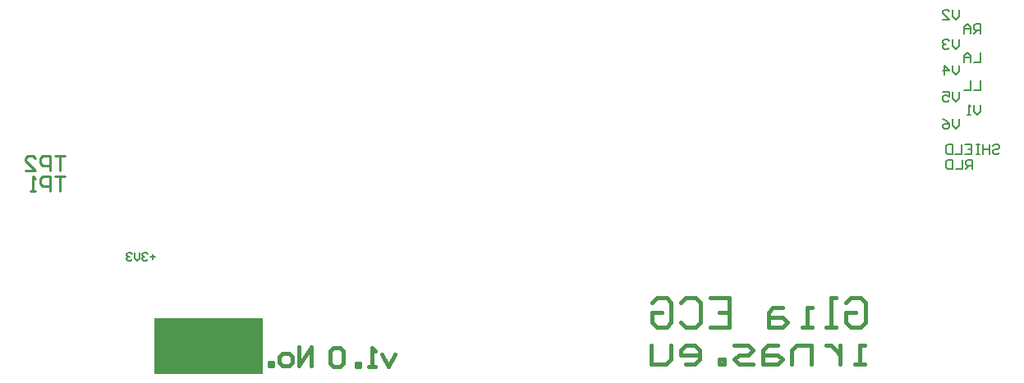
<source format=gbo>
G04*
G04 #@! TF.GenerationSoftware,Altium Limited,Altium Designer,18.1.9 (240)*
G04*
G04 Layer_Color=32896*
%FSAX25Y25*%
%MOIN*%
G70*
G01*
G75*
%ADD12C,0.00787*%
%ADD15C,0.00591*%
%ADD89C,0.01000*%
%ADD93C,0.01575*%
%ADD120R,0.44094X0.22835*%
D12*
X0558066Y0260861D02*
Y0258237D01*
X0556754Y0256925D01*
X0555442Y0258237D01*
Y0260861D01*
X0551507Y0256925D02*
X0554130D01*
X0551507Y0259549D01*
Y0260205D01*
X0552163Y0260861D01*
X0553474D01*
X0554130Y0260205D01*
X0566728Y0251218D02*
Y0255154D01*
X0564760D01*
X0564104Y0254498D01*
Y0253186D01*
X0564760Y0252530D01*
X0566728D01*
X0565416D02*
X0564104Y0251218D01*
X0562792D02*
Y0253842D01*
X0561480Y0255154D01*
X0560168Y0253842D01*
Y0251218D01*
Y0253186D01*
X0562792D01*
X0558066Y0248936D02*
Y0246312D01*
X0556754Y0245000D01*
X0555442Y0246312D01*
Y0248936D01*
X0554130Y0248280D02*
X0553474Y0248936D01*
X0552163D01*
X0551507Y0248280D01*
Y0247624D01*
X0552163Y0246968D01*
X0552818D01*
X0552163D01*
X0551507Y0246312D01*
Y0245656D01*
X0552163Y0245000D01*
X0553474D01*
X0554130Y0245656D01*
X0566728Y0243677D02*
Y0239741D01*
X0564104D01*
X0562792D02*
Y0242365D01*
X0561480Y0243677D01*
X0560168Y0242365D01*
Y0239741D01*
Y0241709D01*
X0562792D01*
X0558066Y0238397D02*
Y0235773D01*
X0556754Y0234461D01*
X0555442Y0235773D01*
Y0238397D01*
X0552163Y0234461D02*
Y0238397D01*
X0554130Y0236429D01*
X0551507D01*
X0566728Y0232365D02*
Y0228429D01*
X0564104D01*
X0562792Y0232365D02*
Y0228429D01*
X0560168D01*
X0558066Y0227542D02*
Y0224918D01*
X0556754Y0223606D01*
X0555442Y0224918D01*
Y0227542D01*
X0551507D02*
X0554130D01*
Y0225574D01*
X0552818Y0226230D01*
X0552163D01*
X0551507Y0225574D01*
Y0224262D01*
X0552163Y0223606D01*
X0553474D01*
X0554130Y0224262D01*
X0566728Y0222102D02*
Y0219478D01*
X0565416Y0218166D01*
X0564104Y0219478D01*
Y0222102D01*
X0562792Y0218166D02*
X0561480D01*
X0562136D01*
Y0222102D01*
X0562792Y0221446D01*
X0558066Y0216593D02*
Y0213969D01*
X0556754Y0212657D01*
X0555442Y0213969D01*
Y0216593D01*
X0551507D02*
X0552818Y0215937D01*
X0554130Y0214625D01*
Y0213314D01*
X0553474Y0212657D01*
X0552163D01*
X0551507Y0213314D01*
Y0213969D01*
X0552163Y0214625D01*
X0554130D01*
X0571584Y0205555D02*
X0572240Y0206211D01*
X0573552D01*
X0574208Y0205555D01*
Y0204899D01*
X0573552Y0204243D01*
X0572240D01*
X0571584Y0203587D01*
Y0202931D01*
X0572240Y0202275D01*
X0573552D01*
X0574208Y0202931D01*
X0570272Y0206211D02*
Y0202275D01*
Y0204243D01*
X0567648D01*
Y0206211D01*
Y0202275D01*
X0566336Y0206211D02*
X0565025D01*
X0565680D01*
Y0202275D01*
X0566336D01*
X0565025D01*
X0560433Y0206211D02*
X0563057D01*
Y0202275D01*
X0560433D01*
X0563057Y0204243D02*
X0561745D01*
X0559121Y0206211D02*
Y0202275D01*
X0556497D01*
X0555185Y0206211D02*
Y0202275D01*
X0553217D01*
X0552561Y0202931D01*
Y0205555D01*
X0553217Y0206211D01*
X0555185D01*
X0563184Y0196139D02*
Y0200075D01*
X0561216D01*
X0560560Y0199419D01*
Y0198107D01*
X0561216Y0197451D01*
X0563184D01*
X0561872D02*
X0560560Y0196139D01*
X0559248Y0200075D02*
Y0196139D01*
X0556625D01*
X0555313Y0200075D02*
Y0196139D01*
X0553345D01*
X0552689Y0196795D01*
Y0199419D01*
X0553345Y0200075D01*
X0555313D01*
D15*
X0231688Y0160615D02*
X0229589D01*
X0230639Y0161665D02*
Y0159566D01*
X0228540Y0161665D02*
X0228015Y0162190D01*
X0226965D01*
X0226441Y0161665D01*
Y0161140D01*
X0226965Y0160615D01*
X0227490D01*
X0226965D01*
X0226441Y0160091D01*
Y0159566D01*
X0226965Y0159041D01*
X0228015D01*
X0228540Y0159566D01*
X0225391Y0162190D02*
Y0160091D01*
X0224342Y0159041D01*
X0223292Y0160091D01*
Y0162190D01*
X0222242Y0161665D02*
X0221718Y0162190D01*
X0220668D01*
X0220143Y0161665D01*
Y0161140D01*
X0220668Y0160615D01*
X0221193D01*
X0220668D01*
X0220143Y0160091D01*
Y0159566D01*
X0220668Y0159041D01*
X0221718D01*
X0222242Y0159566D01*
D89*
X0195074Y0193124D02*
X0191075D01*
X0193075D01*
Y0187126D01*
X0189076D02*
Y0193124D01*
X0186077D01*
X0185077Y0192124D01*
Y0190125D01*
X0186077Y0189126D01*
X0189076D01*
X0183078Y0187126D02*
X0181079D01*
X0182078D01*
Y0193124D01*
X0183078Y0192124D01*
X0195074Y0201599D02*
X0191075D01*
X0193075D01*
Y0195601D01*
X0189076D02*
Y0201599D01*
X0186077D01*
X0185077Y0200599D01*
Y0198600D01*
X0186077Y0197600D01*
X0189076D01*
X0179079Y0195601D02*
X0183078D01*
X0179079Y0199600D01*
Y0200599D01*
X0180079Y0201599D01*
X0182078D01*
X0183078Y0200599D01*
D93*
X0512007Y0141865D02*
X0513974Y0143832D01*
X0517910D01*
X0519878Y0141865D01*
Y0133993D01*
X0517910Y0132025D01*
X0513974D01*
X0512007Y0133993D01*
Y0137929D01*
X0515942D01*
X0508071Y0132025D02*
X0504135D01*
X0506103D01*
Y0143832D01*
X0508071D01*
X0498231Y0132025D02*
X0494296D01*
X0496264D01*
Y0139897D01*
X0498231D01*
X0486424D02*
X0482488D01*
X0480521Y0137929D01*
Y0132025D01*
X0486424D01*
X0488392Y0133993D01*
X0486424Y0135961D01*
X0480521D01*
X0456906Y0143832D02*
X0464778D01*
Y0132025D01*
X0456906D01*
X0464778Y0137929D02*
X0460842D01*
X0445099Y0141865D02*
X0447067Y0143832D01*
X0451003D01*
X0452971Y0141865D01*
Y0133993D01*
X0451003Y0132025D01*
X0447067D01*
X0445099Y0133993D01*
X0433292Y0141865D02*
X0435260Y0143832D01*
X0439195D01*
X0441163Y0141865D01*
Y0133993D01*
X0439195Y0132025D01*
X0435260D01*
X0433292Y0133993D01*
Y0137929D01*
X0437227D01*
X0328978Y0121073D02*
X0326354Y0115825D01*
X0323730Y0121073D01*
X0321107Y0115825D02*
X0318483D01*
X0319795D01*
Y0123697D01*
X0321107Y0122385D01*
X0314547Y0115825D02*
Y0117137D01*
X0313235D01*
Y0115825D01*
X0314547D01*
X0307987Y0122385D02*
X0306676Y0123697D01*
X0304052D01*
X0302740Y0122385D01*
Y0117137D01*
X0304052Y0115825D01*
X0306676D01*
X0307987Y0117137D01*
Y0122385D01*
X0295099Y0116137D02*
Y0124009D01*
X0289852Y0116137D01*
Y0124009D01*
X0285916Y0116137D02*
X0283292D01*
X0281980Y0117449D01*
Y0120073D01*
X0283292Y0121385D01*
X0285916D01*
X0287228Y0120073D01*
Y0117449D01*
X0285916Y0116137D01*
X0279356D02*
Y0117449D01*
X0278044D01*
Y0116137D01*
X0279356D01*
X0519678Y0116825D02*
X0515742D01*
X0517710D01*
Y0124697D01*
X0519678D01*
X0509839D02*
Y0116825D01*
Y0120761D01*
X0507871Y0122729D01*
X0505903Y0124697D01*
X0503935D01*
X0498031Y0116825D02*
Y0124697D01*
X0492128D01*
X0490160Y0122729D01*
Y0116825D01*
X0484256Y0124697D02*
X0480321D01*
X0478353Y0122729D01*
Y0116825D01*
X0484256D01*
X0486224Y0118793D01*
X0484256Y0120761D01*
X0478353D01*
X0474417Y0116825D02*
X0468513D01*
X0466546Y0118793D01*
X0468513Y0120761D01*
X0472449D01*
X0474417Y0122729D01*
X0472449Y0124697D01*
X0466546D01*
X0462610Y0116825D02*
Y0118793D01*
X0460642D01*
Y0116825D01*
X0462610D01*
X0446867D02*
X0450803D01*
X0452771Y0118793D01*
Y0122729D01*
X0450803Y0124697D01*
X0446867D01*
X0444899Y0122729D01*
Y0120761D01*
X0452771D01*
X0440963Y0124697D02*
Y0118793D01*
X0438995Y0116825D01*
X0433092D01*
Y0124697D01*
D120*
X0253342Y0124394D02*
D03*
M02*

</source>
